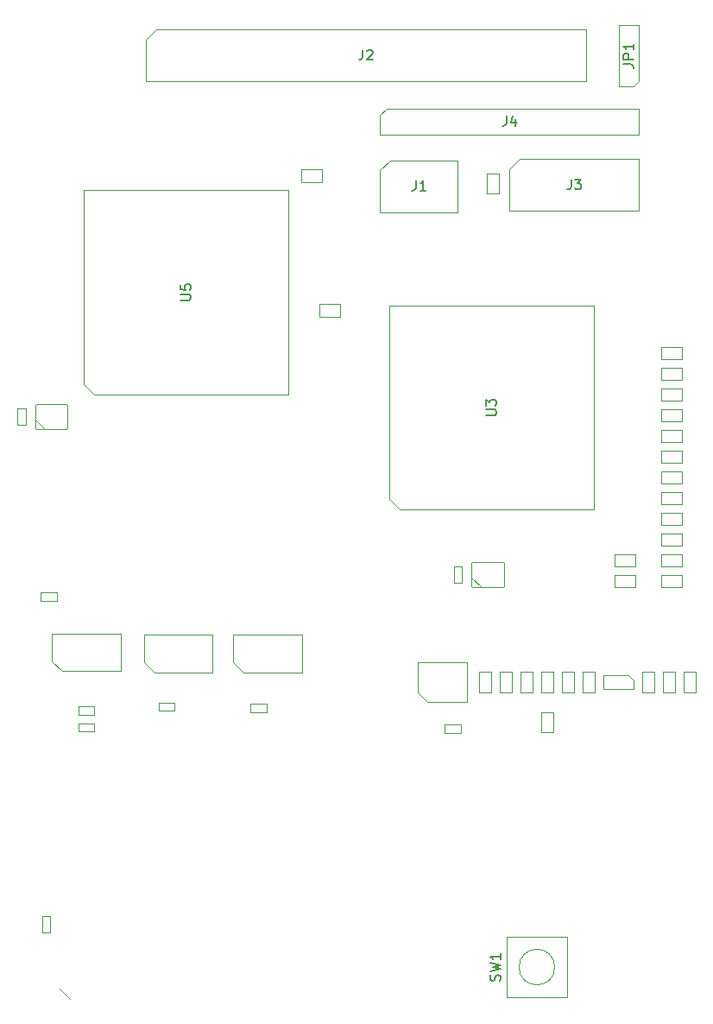
<source format=gbr>
G04 #@! TF.GenerationSoftware,KiCad,Pcbnew,(5.1.2-1)-1*
G04 #@! TF.CreationDate,2020-07-05T10:41:52+01:00*
G04 #@! TF.ProjectId,MZ80-80CLR,4d5a3830-2d38-4304-934c-522e6b696361,rev?*
G04 #@! TF.SameCoordinates,Original*
G04 #@! TF.FileFunction,Other,Fab,Top*
%FSLAX46Y46*%
G04 Gerber Fmt 4.6, Leading zero omitted, Abs format (unit mm)*
G04 Created by KiCad (PCBNEW (5.1.2-1)-1) date 2020-07-05 10:41:52*
%MOMM*%
%LPD*%
G04 APERTURE LIST*
%ADD10C,0.100000*%
%ADD11C,0.150000*%
G04 APERTURE END LIST*
D10*
X123797714Y-126873000D02*
G75*
G03X123797714Y-126873000I-1750714J0D01*
G01*
X119047000Y-123873000D02*
X119047000Y-129873000D01*
X125047000Y-123873000D02*
X119047000Y-123873000D01*
X125047000Y-129873000D02*
X125047000Y-123873000D01*
X119047000Y-129873000D02*
X125047000Y-129873000D01*
X128528000Y-98233000D02*
X128528000Y-99633000D01*
X131568000Y-99633000D02*
X128528000Y-99633000D01*
X130998000Y-98233000D02*
X131568000Y-98783000D01*
X131568000Y-98783000D02*
X131568000Y-99633000D01*
X130998000Y-98233000D02*
X128548000Y-98233000D01*
X107598000Y-81014500D02*
X107598000Y-62014500D01*
X107598000Y-62014500D02*
X127598000Y-62014500D01*
X127598000Y-62014500D02*
X127598000Y-82014500D01*
X127598000Y-82014500D02*
X108598000Y-82014500D01*
X108598000Y-82014500D02*
X107598000Y-81014500D01*
X132080000Y-45212000D02*
X106680000Y-45212000D01*
X132080000Y-42672000D02*
X132080000Y-45212000D01*
X107315000Y-42672000D02*
X132080000Y-42672000D01*
X106680000Y-43307000D02*
X107315000Y-42672000D01*
X106680000Y-45212000D02*
X106680000Y-43307000D01*
X77051000Y-102978000D02*
X78651000Y-102978000D01*
X77051000Y-103778000D02*
X77051000Y-102978000D01*
X78651000Y-103778000D02*
X77051000Y-103778000D01*
X78651000Y-102978000D02*
X78651000Y-103778000D01*
X74501000Y-94162000D02*
X81201000Y-94162000D01*
X81201000Y-97862000D02*
X81201000Y-94162000D01*
X74501000Y-96862000D02*
X74501000Y-94162000D01*
X75501000Y-97862000D02*
X81201000Y-97862000D01*
X75501000Y-97862000D02*
X74501000Y-96862000D01*
X76210000Y-130015000D02*
X75210000Y-129015000D01*
X78630000Y-70706000D02*
X77630000Y-69706000D01*
X97630000Y-70706000D02*
X78630000Y-70706000D01*
X97630000Y-50706000D02*
X97630000Y-70706000D01*
X77630000Y-50706000D02*
X97630000Y-50706000D01*
X77630000Y-69706000D02*
X77630000Y-50706000D01*
X115721000Y-87142000D02*
X118721000Y-87142000D01*
X118721000Y-87142000D02*
X118821000Y-87242000D01*
X118821000Y-87242000D02*
X118821000Y-89542000D01*
X118821000Y-89542000D02*
X118721000Y-89642000D01*
X118721000Y-89642000D02*
X115721000Y-89642000D01*
X115721000Y-89642000D02*
X115621000Y-89542000D01*
X115621000Y-89542000D02*
X115621000Y-87242000D01*
X115621000Y-87242000D02*
X115721000Y-87142000D01*
X115621000Y-88642000D02*
X116621000Y-89642000D01*
X72922000Y-71648000D02*
X75922000Y-71648000D01*
X75922000Y-71648000D02*
X76022000Y-71748000D01*
X76022000Y-71748000D02*
X76022000Y-74048000D01*
X76022000Y-74048000D02*
X75922000Y-74148000D01*
X75922000Y-74148000D02*
X72922000Y-74148000D01*
X72922000Y-74148000D02*
X72822000Y-74048000D01*
X72822000Y-74048000D02*
X72822000Y-71748000D01*
X72822000Y-71748000D02*
X72922000Y-71648000D01*
X72822000Y-73148000D02*
X73822000Y-74148000D01*
X111301000Y-100883000D02*
X110326000Y-99908000D01*
X115226000Y-100883000D02*
X111301000Y-100883000D01*
X115226000Y-96983000D02*
X115226000Y-100883000D01*
X110326000Y-96983000D02*
X115226000Y-96983000D01*
X110326000Y-99908000D02*
X110326000Y-96983000D01*
X122463000Y-103870000D02*
X122463000Y-101870000D01*
X123663000Y-103870000D02*
X122463000Y-103870000D01*
X123663000Y-101870000D02*
X123663000Y-103870000D01*
X122463000Y-101870000D02*
X123663000Y-101870000D01*
X123663000Y-97933000D02*
X123663000Y-99933000D01*
X122463000Y-97933000D02*
X123663000Y-97933000D01*
X122463000Y-99933000D02*
X122463000Y-97933000D01*
X123663000Y-99933000D02*
X122463000Y-99933000D01*
X126527000Y-99933000D02*
X126527000Y-97933000D01*
X127727000Y-99933000D02*
X126527000Y-99933000D01*
X127727000Y-97933000D02*
X127727000Y-99933000D01*
X126527000Y-97933000D02*
X127727000Y-97933000D01*
X121631000Y-97933000D02*
X121631000Y-99933000D01*
X120431000Y-97933000D02*
X121631000Y-97933000D01*
X120431000Y-99933000D02*
X120431000Y-97933000D01*
X121631000Y-99933000D02*
X120431000Y-99933000D01*
X125695000Y-97933000D02*
X125695000Y-99933000D01*
X124495000Y-97933000D02*
X125695000Y-97933000D01*
X124495000Y-99933000D02*
X124495000Y-97933000D01*
X125695000Y-99933000D02*
X124495000Y-99933000D01*
X135601000Y-97933000D02*
X135601000Y-99933000D01*
X134401000Y-97933000D02*
X135601000Y-97933000D01*
X134401000Y-99933000D02*
X134401000Y-97933000D01*
X135601000Y-99933000D02*
X134401000Y-99933000D01*
X137633000Y-97933000D02*
X137633000Y-99933000D01*
X136433000Y-97933000D02*
X137633000Y-97933000D01*
X136433000Y-99933000D02*
X136433000Y-97933000D01*
X137633000Y-99933000D02*
X136433000Y-99933000D01*
X133569000Y-97933000D02*
X133569000Y-99933000D01*
X132369000Y-97933000D02*
X133569000Y-97933000D01*
X132369000Y-99933000D02*
X132369000Y-97933000D01*
X133569000Y-99933000D02*
X132369000Y-99933000D01*
X134255000Y-68107000D02*
X136255000Y-68107000D01*
X134255000Y-69307000D02*
X134255000Y-68107000D01*
X136255000Y-69307000D02*
X134255000Y-69307000D01*
X136255000Y-68107000D02*
X136255000Y-69307000D01*
X134255000Y-66075000D02*
X136255000Y-66075000D01*
X134255000Y-67275000D02*
X134255000Y-66075000D01*
X136255000Y-67275000D02*
X134255000Y-67275000D01*
X136255000Y-66075000D02*
X136255000Y-67275000D01*
X134255000Y-84363000D02*
X136255000Y-84363000D01*
X134255000Y-85563000D02*
X134255000Y-84363000D01*
X136255000Y-85563000D02*
X134255000Y-85563000D01*
X136255000Y-84363000D02*
X136255000Y-85563000D01*
X134255000Y-82331000D02*
X136255000Y-82331000D01*
X134255000Y-83531000D02*
X134255000Y-82331000D01*
X136255000Y-83531000D02*
X134255000Y-83531000D01*
X136255000Y-82331000D02*
X136255000Y-83531000D01*
X134255000Y-80299000D02*
X136255000Y-80299000D01*
X134255000Y-81499000D02*
X134255000Y-80299000D01*
X136255000Y-81499000D02*
X134255000Y-81499000D01*
X136255000Y-80299000D02*
X136255000Y-81499000D01*
X134255000Y-78267000D02*
X136255000Y-78267000D01*
X134255000Y-79467000D02*
X134255000Y-78267000D01*
X136255000Y-79467000D02*
X134255000Y-79467000D01*
X136255000Y-78267000D02*
X136255000Y-79467000D01*
X134255000Y-76235000D02*
X136255000Y-76235000D01*
X134255000Y-77435000D02*
X134255000Y-76235000D01*
X136255000Y-77435000D02*
X134255000Y-77435000D01*
X136255000Y-76235000D02*
X136255000Y-77435000D01*
X134255000Y-74203000D02*
X136255000Y-74203000D01*
X134255000Y-75403000D02*
X134255000Y-74203000D01*
X136255000Y-75403000D02*
X134255000Y-75403000D01*
X136255000Y-74203000D02*
X136255000Y-75403000D01*
X134255000Y-72171000D02*
X136255000Y-72171000D01*
X134255000Y-73371000D02*
X134255000Y-72171000D01*
X136255000Y-73371000D02*
X134255000Y-73371000D01*
X136255000Y-72171000D02*
X136255000Y-73371000D01*
X134255000Y-70139000D02*
X136255000Y-70139000D01*
X134255000Y-71339000D02*
X134255000Y-70139000D01*
X136255000Y-71339000D02*
X134255000Y-71339000D01*
X136255000Y-70139000D02*
X136255000Y-71339000D01*
X129683000Y-88427000D02*
X131683000Y-88427000D01*
X129683000Y-89627000D02*
X129683000Y-88427000D01*
X131683000Y-89627000D02*
X129683000Y-89627000D01*
X131683000Y-88427000D02*
X131683000Y-89627000D01*
X129683000Y-86395000D02*
X131683000Y-86395000D01*
X129683000Y-87595000D02*
X129683000Y-86395000D01*
X131683000Y-87595000D02*
X129683000Y-87595000D01*
X131683000Y-86395000D02*
X131683000Y-87595000D01*
X134255000Y-88427000D02*
X136255000Y-88427000D01*
X134255000Y-89627000D02*
X134255000Y-88427000D01*
X136255000Y-89627000D02*
X134255000Y-89627000D01*
X136255000Y-88427000D02*
X136255000Y-89627000D01*
X134255000Y-86395000D02*
X136255000Y-86395000D01*
X134255000Y-87595000D02*
X134255000Y-86395000D01*
X136255000Y-87595000D02*
X134255000Y-87595000D01*
X136255000Y-86395000D02*
X136255000Y-87595000D01*
X98949000Y-49876000D02*
X98949000Y-48676000D01*
X98949000Y-48676000D02*
X100949000Y-48676000D01*
X100949000Y-48676000D02*
X100949000Y-49876000D01*
X100949000Y-49876000D02*
X98949000Y-49876000D01*
X118329000Y-51038000D02*
X117129000Y-51038000D01*
X117129000Y-51038000D02*
X117129000Y-49038000D01*
X117129000Y-49038000D02*
X118329000Y-49038000D01*
X118329000Y-49038000D02*
X118329000Y-51038000D01*
X102727000Y-63084000D02*
X100727000Y-63084000D01*
X102727000Y-61884000D02*
X102727000Y-63084000D01*
X100727000Y-61884000D02*
X102727000Y-61884000D01*
X100727000Y-63084000D02*
X100727000Y-61884000D01*
X119599000Y-97933000D02*
X119599000Y-99933000D01*
X118399000Y-97933000D02*
X119599000Y-97933000D01*
X118399000Y-99933000D02*
X118399000Y-97933000D01*
X119599000Y-99933000D02*
X118399000Y-99933000D01*
X117567000Y-97933000D02*
X117567000Y-99933000D01*
X116367000Y-97933000D02*
X117567000Y-97933000D01*
X116367000Y-99933000D02*
X116367000Y-97933000D01*
X117567000Y-99933000D02*
X116367000Y-99933000D01*
X132064000Y-39997000D02*
X131564000Y-40497000D01*
X132064000Y-34497000D02*
X132064000Y-39997000D01*
X130064000Y-34497000D02*
X132064000Y-34497000D01*
X130064000Y-40497000D02*
X130064000Y-34497000D01*
X131564000Y-40497000D02*
X130064000Y-40497000D01*
X119380000Y-52705000D02*
X119380000Y-48625000D01*
X119380000Y-48625000D02*
X120380000Y-47625000D01*
X120380000Y-47625000D02*
X132080000Y-47625000D01*
X132080000Y-47625000D02*
X132080000Y-52705000D01*
X132080000Y-52705000D02*
X119380000Y-52705000D01*
X74314000Y-121882000D02*
X74314000Y-123482000D01*
X73514000Y-121882000D02*
X74314000Y-121882000D01*
X73514000Y-123482000D02*
X73514000Y-121882000D01*
X74314000Y-123482000D02*
X73514000Y-123482000D01*
X114592000Y-103905000D02*
X112992000Y-103905000D01*
X114592000Y-103105000D02*
X114592000Y-103905000D01*
X112992000Y-103105000D02*
X114592000Y-103105000D01*
X112992000Y-103905000D02*
X112992000Y-103105000D01*
X113900000Y-87592000D02*
X114700000Y-87592000D01*
X114700000Y-87592000D02*
X114700000Y-89192000D01*
X114700000Y-89192000D02*
X113900000Y-89192000D01*
X113900000Y-89192000D02*
X113900000Y-87592000D01*
X71101000Y-72098000D02*
X71901000Y-72098000D01*
X71901000Y-72098000D02*
X71901000Y-73698000D01*
X71901000Y-73698000D02*
X71101000Y-73698000D01*
X71101000Y-73698000D02*
X71101000Y-72098000D01*
X92281000Y-94289000D02*
X98981000Y-94289000D01*
X98981000Y-97989000D02*
X98981000Y-94289000D01*
X92281000Y-96989000D02*
X92281000Y-94289000D01*
X93281000Y-97989000D02*
X98981000Y-97989000D01*
X93281000Y-97989000D02*
X92281000Y-96989000D01*
X83518000Y-94289000D02*
X90218000Y-94289000D01*
X90218000Y-97989000D02*
X90218000Y-94289000D01*
X83518000Y-96989000D02*
X83518000Y-94289000D01*
X84518000Y-97989000D02*
X90218000Y-97989000D01*
X84518000Y-97989000D02*
X83518000Y-96989000D01*
X126873000Y-40005000D02*
X83693000Y-40005000D01*
X126873000Y-34925000D02*
X126873000Y-40005000D01*
X84693000Y-34925000D02*
X126873000Y-34925000D01*
X83693000Y-35925000D02*
X84693000Y-34925000D01*
X83693000Y-40005000D02*
X83693000Y-35925000D01*
X114300000Y-52832000D02*
X106680000Y-52832000D01*
X114300000Y-47752000D02*
X114300000Y-52832000D01*
X107680000Y-47752000D02*
X114300000Y-47752000D01*
X106680000Y-48752000D02*
X107680000Y-47752000D01*
X106680000Y-52832000D02*
X106680000Y-48752000D01*
X93942000Y-101073000D02*
X95542000Y-101073000D01*
X93942000Y-101873000D02*
X93942000Y-101073000D01*
X95542000Y-101873000D02*
X93942000Y-101873000D01*
X95542000Y-101073000D02*
X95542000Y-101873000D01*
X73368000Y-90151000D02*
X74968000Y-90151000D01*
X73368000Y-90951000D02*
X73368000Y-90151000D01*
X74968000Y-90951000D02*
X73368000Y-90951000D01*
X74968000Y-90151000D02*
X74968000Y-90951000D01*
X84925000Y-100946000D02*
X86525000Y-100946000D01*
X84925000Y-101746000D02*
X84925000Y-100946000D01*
X86525000Y-101746000D02*
X84925000Y-101746000D01*
X86525000Y-100946000D02*
X86525000Y-101746000D01*
X77051000Y-101327000D02*
X78651000Y-101327000D01*
X77051000Y-102127000D02*
X77051000Y-101327000D01*
X78651000Y-102127000D02*
X77051000Y-102127000D01*
X78651000Y-101327000D02*
X78651000Y-102127000D01*
D11*
X118401761Y-128206333D02*
X118449380Y-128063476D01*
X118449380Y-127825380D01*
X118401761Y-127730142D01*
X118354142Y-127682523D01*
X118258904Y-127634904D01*
X118163666Y-127634904D01*
X118068428Y-127682523D01*
X118020809Y-127730142D01*
X117973190Y-127825380D01*
X117925571Y-128015857D01*
X117877952Y-128111095D01*
X117830333Y-128158714D01*
X117735095Y-128206333D01*
X117639857Y-128206333D01*
X117544619Y-128158714D01*
X117497000Y-128111095D01*
X117449380Y-128015857D01*
X117449380Y-127777761D01*
X117497000Y-127634904D01*
X117449380Y-127301571D02*
X118449380Y-127063476D01*
X117735095Y-126873000D01*
X118449380Y-126682523D01*
X117449380Y-126444428D01*
X118449380Y-125539666D02*
X118449380Y-126111095D01*
X118449380Y-125825380D02*
X117449380Y-125825380D01*
X117592238Y-125920619D01*
X117687476Y-126015857D01*
X117735095Y-126111095D01*
X117050380Y-72776404D02*
X117859904Y-72776404D01*
X117955142Y-72728785D01*
X118002761Y-72681166D01*
X118050380Y-72585928D01*
X118050380Y-72395452D01*
X118002761Y-72300214D01*
X117955142Y-72252595D01*
X117859904Y-72204976D01*
X117050380Y-72204976D01*
X117050380Y-71824023D02*
X117050380Y-71204976D01*
X117431333Y-71538309D01*
X117431333Y-71395452D01*
X117478952Y-71300214D01*
X117526571Y-71252595D01*
X117621809Y-71204976D01*
X117859904Y-71204976D01*
X117955142Y-71252595D01*
X118002761Y-71300214D01*
X118050380Y-71395452D01*
X118050380Y-71681166D01*
X118002761Y-71776404D01*
X117955142Y-71824023D01*
X119046666Y-43394380D02*
X119046666Y-44108666D01*
X118999047Y-44251523D01*
X118903809Y-44346761D01*
X118760952Y-44394380D01*
X118665714Y-44394380D01*
X119951428Y-43727714D02*
X119951428Y-44394380D01*
X119713333Y-43346761D02*
X119475238Y-44061047D01*
X120094285Y-44061047D01*
X87082380Y-61467904D02*
X87891904Y-61467904D01*
X87987142Y-61420285D01*
X88034761Y-61372666D01*
X88082380Y-61277428D01*
X88082380Y-61086952D01*
X88034761Y-60991714D01*
X87987142Y-60944095D01*
X87891904Y-60896476D01*
X87082380Y-60896476D01*
X87082380Y-59944095D02*
X87082380Y-60420285D01*
X87558571Y-60467904D01*
X87510952Y-60420285D01*
X87463333Y-60325047D01*
X87463333Y-60086952D01*
X87510952Y-59991714D01*
X87558571Y-59944095D01*
X87653809Y-59896476D01*
X87891904Y-59896476D01*
X87987142Y-59944095D01*
X88034761Y-59991714D01*
X88082380Y-60086952D01*
X88082380Y-60325047D01*
X88034761Y-60420285D01*
X87987142Y-60467904D01*
X130516380Y-38330333D02*
X131230666Y-38330333D01*
X131373523Y-38377952D01*
X131468761Y-38473190D01*
X131516380Y-38616047D01*
X131516380Y-38711285D01*
X131516380Y-37854142D02*
X130516380Y-37854142D01*
X130516380Y-37473190D01*
X130564000Y-37377952D01*
X130611619Y-37330333D01*
X130706857Y-37282714D01*
X130849714Y-37282714D01*
X130944952Y-37330333D01*
X130992571Y-37377952D01*
X131040190Y-37473190D01*
X131040190Y-37854142D01*
X131516380Y-36330333D02*
X131516380Y-36901761D01*
X131516380Y-36616047D02*
X130516380Y-36616047D01*
X130659238Y-36711285D01*
X130754476Y-36806523D01*
X130802095Y-36901761D01*
X125396666Y-49617380D02*
X125396666Y-50331666D01*
X125349047Y-50474523D01*
X125253809Y-50569761D01*
X125110952Y-50617380D01*
X125015714Y-50617380D01*
X125777619Y-49617380D02*
X126396666Y-49617380D01*
X126063333Y-49998333D01*
X126206190Y-49998333D01*
X126301428Y-50045952D01*
X126349047Y-50093571D01*
X126396666Y-50188809D01*
X126396666Y-50426904D01*
X126349047Y-50522142D01*
X126301428Y-50569761D01*
X126206190Y-50617380D01*
X125920476Y-50617380D01*
X125825238Y-50569761D01*
X125777619Y-50522142D01*
X104949666Y-36917380D02*
X104949666Y-37631666D01*
X104902047Y-37774523D01*
X104806809Y-37869761D01*
X104663952Y-37917380D01*
X104568714Y-37917380D01*
X105378238Y-37012619D02*
X105425857Y-36965000D01*
X105521095Y-36917380D01*
X105759190Y-36917380D01*
X105854428Y-36965000D01*
X105902047Y-37012619D01*
X105949666Y-37107857D01*
X105949666Y-37203095D01*
X105902047Y-37345952D01*
X105330619Y-37917380D01*
X105949666Y-37917380D01*
X110156666Y-49744380D02*
X110156666Y-50458666D01*
X110109047Y-50601523D01*
X110013809Y-50696761D01*
X109870952Y-50744380D01*
X109775714Y-50744380D01*
X111156666Y-50744380D02*
X110585238Y-50744380D01*
X110870952Y-50744380D02*
X110870952Y-49744380D01*
X110775714Y-49887238D01*
X110680476Y-49982476D01*
X110585238Y-50030095D01*
M02*

</source>
